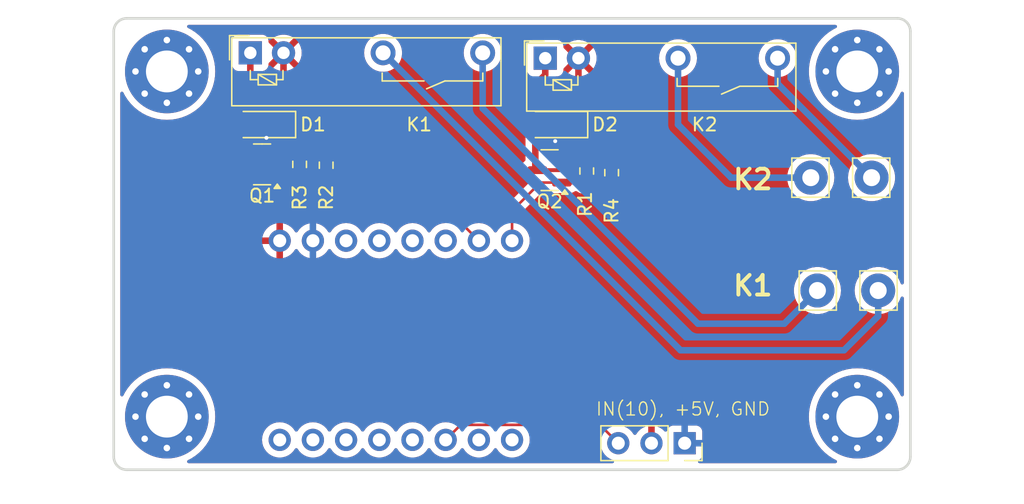
<source format=kicad_pcb>
(kicad_pcb (version 20240108) (generator "pcbnew") (generator_version "8.0")
  (layers (0 "F.Cu" signal) (31 "B.Cu" signal) (34 "B.Paste" user) (35 "F.Paste" user) (36 "B.SilkS" user "B.Silkscreen") (37 "F.SilkS" user "F.Silkscreen") (38 "B.Mask" user) (39 "F.Mask" user) (44 "Edge.Cuts" user))
  (net 0 "")
  (net 1 "GND")
  (net 2 "+5V")
  (net 3 "Net-(J5-Pin_1)")
  (net 4 "Net-(J4-Pin_1)")
  (net 5 "Net-(D1-A)")
  (net 6 "Net-(J3-Pin_1)")
  (net 7 "Net-(D2-A)")
  (net 8 "Net-(J2-Pin_1)")
  (net 9 "/Out1")
  (net 10 "/Out2")
  (net 16 "/In1")
  (footprint "Diode_SMD:D_SOD-123" (layer "F.Cu") (at 123.318 56.388 180)
    (property "Reference" "D1" (at -3.682 0 0) (layer "F.SilkS"))
    (property "Value" "D")
    (fp_line (start -2.36 1) (end 1.65 1) (stroke (width 0.12)) (layer "F.SilkS"))
    (fp_line (start -2.36 -1) (end 1.65 -1) (stroke (width 0.12)) (layer "F.SilkS"))
    (fp_line (start -2.36 -1) (end -2.36 1) (stroke (width 0.12)) (layer "F.SilkS"))
    (pad "1" smd roundrect (at -1.65 0 180) (size 0.9 1.2) (layers "F.Cu" "F.Paste" "F.Mask") (net 2 "+5V"))
    (pad "2" smd roundrect (at 1.65 0 180) (size 0.9 1.2) (layers "F.Cu" "F.Paste" "F.Mask") (net 5 "Net-(D1-A)"))
  )
  (footprint "speedyAdapter:esp32-c3 supermini" (layer "F.Cu") (at 132.08 75.438 90)
    (property "Reference" "U1" (hide yes))
    (property "Value" "~" (hide yes))
    (pad "1" thru_hole oval (at -5.08 -7.62 90) (size 1.7 1.7) (drill 1) (layers "*.Cu" "*.Mask"))
    (pad "2" thru_hole oval (at -5.08 -5.08 90) (size 1.7 1.7) (drill 1) (layers "*.Cu" "*.Mask"))
    (pad "3" thru_hole oval (at -5.08 -2.54 90) (size 1.7 1.7) (drill 1) (layers "*.Cu" "*.Mask"))
    (pad "4" thru_hole oval (at -5.08 0 90) (size 1.7 1.7) (drill 1) (layers "*.Cu" "*.Mask"))
    (pad "5" thru_hole oval (at -5.08 2.54 90) (size 1.7 1.7) (drill 1) (layers "*.Cu" "*.Mask"))
    (pad "6" thru_hole oval (at -5.08 5.08 90) (size 1.7 1.7) (drill 1) (layers "*.Cu" "*.Mask") (net 16 "/In1"))
    (pad "7" thru_hole oval (at -5.08 7.62 90) (size 1.7 1.7) (drill 1) (layers "*.Cu" "*.Mask"))
    (pad "8" thru_hole oval (at -5.08 10.16 90) (size 1.7 1.7) (drill 1) (layers "*.Cu" "*.Mask"))
    (pad "9" thru_hole oval (at 10.16 10.16 90) (size 1.7 1.7) (drill 1) (layers "*.Cu" "*.Mask") (net 9 "/Out1"))
    (pad "10" thru_hole oval (at 10.16 7.62 90) (size 1.7 1.7) (drill 1) (layers "*.Cu" "*.Mask") (net 10 "/Out2"))
    (pad "11" thru_hole oval (at 10.16 5.08 90) (size 1.7 1.7) (drill 1) (layers "*.Cu" "*.Mask"))
    (pad "12" thru_hole oval (at 10.16 2.54 90) (size 1.7 1.7) (drill 1) (layers "*.Cu" "*.Mask"))
    (pad "13" thru_hole oval (at 10.16 0 90) (size 1.7 1.7) (drill 1) (layers "*.Cu" "*.Mask"))
    (pad "14" thru_hole oval (at 10.16 -2.54 90) (size 1.7 1.7) (drill 1) (layers "*.Cu" "*.Mask"))
    (pad "15" thru_hole oval (at 10.16 -5.08 90) (size 1.7 1.7) (drill 1) (layers "*.Cu" "*.Mask") (net 1 "GND"))
    (pad "16" thru_hole oval (at 10.16 -7.62 90) (size 1.7 1.7) (drill 1) (layers "*.Cu" "*.Mask") (net 2 "+5V"))
  )
  (footprint "MountingHole:MountingHole_3.2mm_M3_Pad_Via" (layer "F.Cu") (at 115.824 78.74)
    (property "Reference" "REF**" (hide yes))
    (property "Value" "MountingHole_3.2mm_M3_Pad_Via")
    (pad "1" thru_hole circle (at -2.4 0) (size 0.8 0.8) (drill 0.5) (layers "*.Cu" "*.Mask"))
    (pad "1" thru_hole circle (at -1.697056 -1.697056) (size 0.8 0.8) (drill 0.5) (layers "*.Cu" "*.Mask"))
    (pad "1" thru_hole circle (at -1.697056 1.697056) (size 0.8 0.8) (drill 0.5) (layers "*.Cu" "*.Mask"))
    (pad "1" thru_hole circle (at 0 -2.4) (size 0.8 0.8) (drill 0.5) (layers "*.Cu" "*.Mask"))
    (pad "1" thru_hole circle (at 0 0) (size 6.4 6.4) (drill 3.2) (layers "*.Cu" "*.Mask"))
    (pad "1" thru_hole circle (at 0 2.4) (size 0.8 0.8) (drill 0.5) (layers "*.Cu" "*.Mask"))
    (pad "1" thru_hole circle (at 1.697056 -1.697056) (size 0.8 0.8) (drill 0.5) (layers "*.Cu" "*.Mask"))
    (pad "1" thru_hole circle (at 1.697056 1.697056) (size 0.8 0.8) (drill 0.5) (layers "*.Cu" "*.Mask"))
    (pad "1" thru_hole circle (at 2.4 0) (size 0.8 0.8) (drill 0.5) (layers "*.Cu" "*.Mask"))
  )
  (footprint "Package_TO_SOT_SMD:SOT-23" (layer "F.Cu") (at 145.1125 59.878 180)
    (property "Reference" "Q2" (at 0 -2.4 0) (layer "F.SilkS"))
    (property "Value" "2N7002")
    (fp_line (start 0 1.56) (end 0.65 1.56) (stroke (width 0.12)) (layer "F.SilkS"))
    (fp_line (start 0 1.56) (end -0.65 1.56) (stroke (width 0.12)) (layer "F.SilkS"))
    (fp_line (start 0 -1.56) (end 0.65 -1.56) (stroke (width 0.12)) (layer "F.SilkS"))
    (fp_line (start 0 -1.56) (end -0.65 -1.56) (stroke (width 0.12)) (layer "F.SilkS"))
    (fp_poly (pts (xy -1.1625 -1.51) (xy -1.4025 -1.84) (xy -0.9225 -1.84) (xy -1.1625 -1.51)) (stroke (width 0.12)) (fill solid) (layer "F.SilkS"))
    (pad "1" smd roundrect (at -0.9375 -0.95 180) (size 1.475 0.6) (layers "F.Cu" "F.Paste" "F.Mask") (net 9 "/Out1"))
    (pad "2" smd roundrect (at -0.9375 0.95 180) (size 1.475 0.6) (layers "F.Cu" "F.Paste" "F.Mask") (net 1 "GND"))
    (pad "3" smd roundrect (at 0.9375 0 180) (size 1.475 0.6) (layers "F.Cu" "F.Paste" "F.Mask") (net 7 "Net-(D2-A)"))
  )
  (footprint "Resistor_SMD:R_0603_1608Metric" (layer "F.Cu") (at 128.016 59.499 -90)
    (property "Reference" "R2" (at 2.477 0 90) (layer "F.SilkS"))
    (property "Value" "100k")
    (fp_line (start -0.237258 0.5225) (end 0.237258 0.5225) (stroke (width 0.12)) (layer "F.SilkS"))
    (fp_line (start -0.237258 -0.5225) (end 0.237258 -0.5225) (stroke (width 0.12)) (layer "F.SilkS"))
    (pad "1" smd roundrect (at -0.825 0 270) (size 0.8 0.95) (layers "F.Cu" "F.Paste" "F.Mask") (net 2 "+5V"))
    (pad "2" smd roundrect (at 0.825 0 270) (size 0.8 0.95) (layers "F.Cu" "F.Paste" "F.Mask") (net 5 "Net-(D1-A)"))
  )
  (footprint "Relay_THT:Relay_SPST_TE_PCN-1xxD3MHZ" (layer "F.Cu") (at 122.2115 50.9015)
    (property "Reference" "K1" (at 12.9165 5.4865 180) (layer "F.SilkS"))
    (property "Value" "PCN-105D3MHZ")
    (fp_line (start -1.59 -1.32) (end -0.1 -1.32) (stroke (width 0.12)) (layer "F.SilkS"))
    (fp_line (start -1.59 0.53) (end -1.59 -1.32) (stroke (width 0.12)) (layer "F.SilkS"))
    (fp_line (start -1.42 -1.15) (end -1.42 4.05) (stroke (width 0.12)) (layer "F.SilkS"))
    (fp_line (start -1.42 4.05) (end 19.18 4.05) (stroke (width 0.12)) (layer "F.SilkS"))
    (fp_line (start 0 1.35) (end 0 2.05) (stroke (width 0.12)) (layer "F.SilkS"))
    (fp_line (start 0 2.05) (end 0.6 2.05) (stroke (width 0.12)) (layer "F.SilkS"))
    (fp_line (start 0.6 1.65) (end 2 1.65) (stroke (width 0.12)) (layer "F.SilkS"))
    (fp_line (start 0.6 1.65) (end 2 2.45) (stroke (width 0.12)) (layer "F.SilkS"))
    (fp_line (start 0.6 2.05) (end 0.6 1.65) (stroke (width 0.12)) (layer "F.SilkS"))
    (fp_line (start 0.6 2.45) (end 0.6 2.05) (stroke (width 0.12)) (layer "F.SilkS"))
    (fp_line (start 2 1.65) (end 2 2.45) (stroke (width 0.12)) (layer "F.SilkS"))
    (fp_line (start 2 2.05) (end 2.5 2.05) (stroke (width 0.12)) (layer "F.SilkS"))
    (fp_line (start 2 2.45) (end 0.6 2.45) (stroke (width 0.12)) (layer "F.SilkS"))
    (fp_line (start 2.5 2.05) (end 2.5 1.35) (stroke (width 0.12)) (layer "F.SilkS"))
    (fp_line (start 10.09 2.15) (end 10.09 1.55) (stroke (width 0.12)) (layer "F.SilkS"))
    (fp_line (start 13.29 2.15) (end 10.09 2.15) (stroke (width 0.12)) (layer "F.SilkS"))
    (fp_line (start 14.89 2.15) (end 13.49 2.75) (stroke (width 0.12)) (layer "F.SilkS"))
    (fp_line (start 17.79 1.55) (end 17.79 2.15) (stroke (width 0.12)) (layer "F.SilkS"))
    (fp_line (start 17.79 2.15) (end 14.89 2.15) (stroke (width 0.12)) (layer "F.SilkS"))
    (fp_line (start 19.18 -1.15) (end -1.42 -1.15) (stroke (width 0.12)) (layer "F.SilkS"))
    (fp_line (start 19.18 4.05) (end 19.18 -1.15) (stroke (width 0.12)) (layer "F.SilkS"))
    (pad "1" thru_hole rect (at 0 0) (size 1.778 1.778) (drill 0.95) (layers "*.Cu" "*.Mask") (net 5 "Net-(D1-A)"))
    (pad "2" thru_hole circle (at 2.54 0) (size 1.778 1.778) (drill 0.95) (layers "*.Cu" "*.Mask") (net 2 "+5V"))
    (pad "3" thru_hole circle (at 10.16 0) (size 1.9 1.9) (drill 1.15) (layers "*.Cu" "*.Mask") (net 3 "Net-(J5-Pin_1)"))
    (pad "4" thru_hole circle (at 17.78 0) (size 1.9 1.9) (drill 1.15) (layers "*.Cu" "*.Mask") (net 4 "Net-(J4-Pin_1)"))
  )
  (footprint "Resistor_SMD:R_0603_1608Metric" (layer "F.Cu") (at 149.86 60.071 -90)
    (property "Reference" "R4" (at 2.921 0 90) (layer "F.SilkS"))
    (property "Value" "100k")
    (fp_line (start -0.237258 0.5225) (end 0.237258 0.5225) (stroke (width 0.12)) (layer "F.SilkS"))
    (fp_line (start -0.237258 -0.5225) (end 0.237258 -0.5225) (stroke (width 0.12)) (layer "F.SilkS"))
    (pad "1" smd roundrect (at -0.825 0 270) (size 0.8 0.95) (layers "F.Cu" "F.Paste" "F.Mask") (net 2 "+5V"))
    (pad "2" smd roundrect (at 0.825 0 270) (size 0.8 0.95) (layers "F.Cu" "F.Paste" "F.Mask") (net 7 "Net-(D2-A)"))
  )
  (footprint "Diode_SMD:D_SOD-123" (layer "F.Cu") (at 145.67 56.388 180)
    (property "Reference" "D2" (at -3.682 0 0) (layer "F.SilkS"))
    (property "Value" "D")
    (fp_line (start -2.36 1) (end 1.65 1) (stroke (width 0.12)) (layer "F.SilkS"))
    (fp_line (start -2.36 -1) (end 1.65 -1) (stroke (width 0.12)) (layer "F.SilkS"))
    (fp_line (start -2.36 -1) (end -2.36 1) (stroke (width 0.12)) (layer "F.SilkS"))
    (pad "1" smd roundrect (at -1.65 0 180) (size 0.9 1.2) (layers "F.Cu" "F.Paste" "F.Mask") (net 2 "+5V"))
    (pad "2" smd roundrect (at 1.65 0 180) (size 0.9 1.2) (layers "F.Cu" "F.Paste" "F.Mask") (net 7 "Net-(D2-A)"))
  )
  (footprint "Connector_Pin:Pin_D1.4mm_L8.5mm_W2.8mm_FlatFork" (layer "F.Cu") (at 165.1 60.452 -90)
    (property "Reference" "J3" (hide yes))
    (property "Value" "Conn_01x01")
    (fp_line (start -1.5 1.45) (end 1.5 1.45) (stroke (width 0.12)) (layer "F.SilkS"))
    (fp_line (start -1.5 -1.4) (end -1.5 1.45) (stroke (width 0.12)) (layer "F.SilkS"))
    (fp_line (start -1.5 -1.4) (end 1.5 -1.4) (stroke (width 0.12)) (layer "F.SilkS"))
    (fp_line (start 1.5 -1.4) (end 1.5 1.45) (stroke (width 0.12)) (layer "F.SilkS"))
    (pad "1" thru_hole circle (at 0 0 270) (size 2.6 2.6) (drill 1.3) (layers "*.Cu" "*.Mask") (net 6 "Net-(J3-Pin_1)"))
  )
  (footprint "Relay_THT:Relay_SPST_TE_PCN-1xxD3MHZ" (layer "F.Cu") (at 144.78 51.308)
    (property "Reference" "K2" (at 12.192 5.08 180) (layer "F.SilkS"))
    (property "Value" "PCN-105D3MHZ")
    (fp_line (start -1.59 -1.32) (end -0.1 -1.32) (stroke (width 0.12)) (layer "F.SilkS"))
    (fp_line (start -1.59 0.53) (end -1.59 -1.32) (stroke (width 0.12)) (layer "F.SilkS"))
    (fp_line (start -1.42 -1.15) (end -1.42 4.05) (stroke (width 0.12)) (layer "F.SilkS"))
    (fp_line (start -1.42 4.05) (end 19.18 4.05) (stroke (width 0.12)) (layer "F.SilkS"))
    (fp_line (start 0 1.35) (end 0 2.05) (stroke (width 0.12)) (layer "F.SilkS"))
    (fp_line (start 0 2.05) (end 0.6 2.05) (stroke (width 0.12)) (layer "F.SilkS"))
    (fp_line (start 0.6 1.65) (end 2 1.65) (stroke (width 0.12)) (layer "F.SilkS"))
    (fp_line (start 0.6 1.65) (end 2 2.45) (stroke (width 0.12)) (layer "F.SilkS"))
    (fp_line (start 0.6 2.05) (end 0.6 1.65) (stroke (width 0.12)) (layer "F.SilkS"))
    (fp_line (start 0.6 2.45) (end 0.6 2.05) (stroke (width 0.12)) (layer "F.SilkS"))
    (fp_line (start 2 1.65) (end 2 2.45) (stroke (width 0.12)) (layer "F.SilkS"))
    (fp_line (start 2 2.05) (end 2.5 2.05) (stroke (width 0.12)) (layer "F.SilkS"))
    (fp_line (start 2 2.45) (end 0.6 2.45) (stroke (width 0.12)) (layer "F.SilkS"))
    (fp_line (start 2.5 2.05) (end 2.5 1.35) (stroke (width 0.12)) (layer "F.SilkS"))
    (fp_line (start 10.09 2.15) (end 10.09 1.55) (stroke (width 0.12)) (layer "F.SilkS"))
    (fp_line (start 13.29 2.15) (end 10.09 2.15) (stroke (width 0.12)) (layer "F.SilkS"))
    (fp_line (start 14.89 2.15) (end 13.49 2.75) (stroke (width 0.12)) (layer "F.SilkS"))
    (fp_line (start 17.79 1.55) (end 17.79 2.15) (stroke (width 0.12)) (layer "F.SilkS"))
    (fp_line (start 17.79 2.15) (end 14.89 2.15) (stroke (width 0.12)) (layer "F.SilkS"))
    (fp_line (start 19.18 -1.15) (end -1.42 -1.15) (stroke (width 0.12)) (layer "F.SilkS"))
    (fp_line (start 19.18 4.05) (end 19.18 -1.15) (stroke (width 0.12)) (layer "F.SilkS"))
    (pad "1" thru_hole rect (at 0 0) (size 1.778 1.778) (drill 0.95) (layers "*.Cu" "*.Mask") (net 7 "Net-(D2-A)"))
    (pad "2" thru_hole circle (at 2.54 0) (size 1.778 1.778) (drill 0.95) (layers "*.Cu" "*.Mask") (net 2 "+5V"))
    (pad "3" thru_hole circle (at 10.16 0) (size 1.9 1.9) (drill 1.15) (layers "*.Cu" "*.Mask") (net 6 "Net-(J3-Pin_1)"))
    (pad "4" thru_hole circle (at 17.78 0) (size 1.9 1.9) (drill 1.15) (layers "*.Cu" "*.Mask") (net 8 "Net-(J2-Pin_1)"))
  )
  (footprint "Connector_PinSocket_2.54mm:PinSocket_1x03_P2.54mm_Vertical" (layer "F.Cu") (at 155.448 80.772 -90)
    (property "Reference" "J6" (hide yes))
    (property "Value" "Conn_01x03")
    (fp_line (start -1.33 6.41) (end 1.33 6.41) (stroke (width 0.12)) (layer "F.SilkS"))
    (fp_line (start -1.33 1.27) (end -1.33 6.41) (stroke (width 0.12)) (layer "F.SilkS"))
    (fp_line (start -1.33 1.27) (end 1.33 1.27) (stroke (width 0.12)) (layer "F.SilkS"))
    (fp_line (start 1.33 1.27) (end 1.33 6.41) (stroke (width 0.12)) (layer "F.SilkS"))
    (fp_line (start 0 -1.33) (end 1.33 -1.33) (stroke (width 0.12)) (layer "F.SilkS"))
    (fp_line (start 1.33 -1.33) (end 1.33 0) (stroke (width 0.12)) (layer "F.SilkS"))
    (pad "1" thru_hole rect (at 0 0 270) (size 1.7 1.7) (drill 1) (layers "*.Cu" "*.Mask") (net 1 "GND"))
    (pad "2" thru_hole oval (at 0 2.54 270) (size 1.7 1.7) (drill 1) (layers "*.Cu" "*.Mask") (net 2 "+5V"))
    (pad "3" thru_hole oval (at 0 5.08 270) (size 1.7 1.7) (drill 1) (layers "*.Cu" "*.Mask") (net 16 "/In1"))
  )
  (footprint "MountingHole:MountingHole_3.2mm_M3_Pad_Via" (layer "F.Cu") (at 168.656 52.324)
    (property "Reference" "REF**" (hide yes))
    (property "Value" "MountingHole_3.2mm_M3_Pad_Via")
    (pad "1" thru_hole circle (at -2.4 0) (size 0.8 0.8) (drill 0.5) (layers "*.Cu" "*.Mask"))
    (pad "1" thru_hole circle (at -1.697056 -1.697056) (size 0.8 0.8) (drill 0.5) (layers "*.Cu" "*.Mask"))
    (pad "1" thru_hole circle (at -1.697056 1.697056) (size 0.8 0.8) (drill 0.5) (layers "*.Cu" "*.Mask"))
    (pad "1" thru_hole circle (at 0 -2.4) (size 0.8 0.8) (drill 0.5) (layers "*.Cu" "*.Mask"))
    (pad "1" thru_hole circle (at 0 0) (size 6.4 6.4) (drill 3.2) (layers "*.Cu" "*.Mask"))
    (pad "1" thru_hole circle (at 0 2.4) (size 0.8 0.8) (drill 0.5) (layers "*.Cu" "*.Mask"))
    (pad "1" thru_hole circle (at 1.697056 -1.697056) (size 0.8 0.8) (drill 0.5) (layers "*.Cu" "*.Mask"))
    (pad "1" thru_hole circle (at 1.697056 1.697056) (size 0.8 0.8) (drill 0.5) (layers "*.Cu" "*.Mask"))
    (pad "1" thru_hole circle (at 2.4 0) (size 0.8 0.8) (drill 0.5) (layers "*.Cu" "*.Mask"))
  )
  (footprint "Connector_Pin:Pin_D1.4mm_L8.5mm_W2.8mm_FlatFork" (layer "F.Cu") (at 170.258 69.088 90)
    (property "Reference" "J5" (hide yes))
    (property "Value" "Conn_01x01")
    (fp_line (start 1.5 -1.4) (end 1.5 1.45) (stroke (width 0.12)) (layer "F.SilkS"))
    (fp_line (start -1.5 -1.4) (end 1.5 -1.4) (stroke (width 0.12)) (layer "F.SilkS"))
    (fp_line (start -1.5 -1.4) (end -1.5 1.45) (stroke (width 0.12)) (layer "F.SilkS"))
    (fp_line (start -1.5 1.45) (end 1.5 1.45) (stroke (width 0.12)) (layer "F.SilkS"))
    (pad "1" thru_hole circle (at 0 0 90) (size 2.6 2.6) (drill 1.3) (layers "*.Cu" "*.Mask") (net 3 "Net-(J5-Pin_1)"))
  )
  (footprint "Resistor_SMD:R_0603_1608Metric" (layer "F.Cu") (at 147.955 59.944 90)
    (property "Reference" "R1" (at -2.54 -0.127 90) (layer "F.SilkS"))
    (property "Value" "10k")
    (fp_line (start -0.237258 -0.5225) (end 0.237258 -0.5225) (stroke (width 0.12)) (layer "F.SilkS"))
    (fp_line (start -0.237258 0.5225) (end 0.237258 0.5225) (stroke (width 0.12)) (layer "F.SilkS"))
    (pad "1" smd roundrect (at -0.825 0 90) (size 0.8 0.95) (layers "F.Cu" "F.Paste" "F.Mask") (net 9 "/Out1"))
    (pad "2" smd roundrect (at 0.825 0 90) (size 0.8 0.95) (layers "F.Cu" "F.Paste" "F.Mask") (net 1 "GND"))
  )
  (footprint "Connector_Pin:Pin_D1.4mm_L8.5mm_W2.8mm_FlatFork" (layer "F.Cu") (at 165.608 69.088 90)
    (property "Reference" "J4" (hide yes))
    (property "Value" "Conn_01x01")
    (fp_line (start 1.5 -1.4) (end 1.5 1.45) (stroke (width 0.12)) (layer "F.SilkS"))
    (fp_line (start -1.5 -1.4) (end 1.5 -1.4) (stroke (width 0.12)) (layer "F.SilkS"))
    (fp_line (start -1.5 -1.4) (end -1.5 1.45) (stroke (width 0.12)) (layer "F.SilkS"))
    (fp_line (start -1.5 1.45) (end 1.5 1.45) (stroke (width 0.12)) (layer "F.SilkS"))
    (pad "1" thru_hole circle (at 0 0 90) (size 2.6 2.6) (drill 1.3) (layers "*.Cu" "*.Mask") (net 4 "Net-(J4-Pin_1)"))
  )
  (footprint "Connector_Pin:Pin_D1.4mm_L8.5mm_W2.8mm_FlatFork" (layer "F.Cu") (at 169.75 60.452 -90)
    (property "Reference" "J2" (hide yes))
    (property "Value" "Conn_01x01")
    (fp_line (start -1.5 1.45) (end 1.5 1.45) (stroke (width 0.12)) (layer "F.SilkS"))
    (fp_line (start -1.5 -1.4) (end -1.5 1.45) (stroke (width 0.12)) (layer "F.SilkS"))
    (fp_line (start -1.5 -1.4) (end 1.5 -1.4) (stroke (width 0.12)) (layer "F.SilkS"))
    (fp_line (start 1.5 -1.4) (end 1.5 1.45) (stroke (width 0.12)) (layer "F.SilkS"))
    (pad "1" thru_hole circle (at 0 0 270) (size 2.6 2.6) (drill 1.3) (layers "*.Cu" "*.Mask") (net 8 "Net-(J2-Pin_1)"))
  )
  (footprint "MountingHole:MountingHole_3.2mm_M3_Pad_Via" (layer "F.Cu") (at 168.656 78.74)
    (property "Reference" "REF**" (hide yes))
    (property "Value" "MountingHole_3.2mm_M3_Pad_Via")
    (pad "1" thru_hole circle (at -2.4 0) (size 0.8 0.8) (drill 0.5) (layers "*.Cu" "*.Mask"))
    (pad "1" thru_hole circle (at -1.697056 -1.697056) (size 0.8 0.8) (drill 0.5) (layers "*.Cu" "*.Mask"))
    (pad "1" thru_hole circle (at -1.697056 1.697056) (size 0.8 0.8) (drill 0.5) (layers "*.Cu" "*.Mask"))
    (pad "1" thru_hole circle (at 0 -2.4) (size 0.8 0.8) (drill 0.5) (layers "*.Cu" "*.Mask"))
    (pad "1" thru_hole circle (at 0 0) (size 6.4 6.4) (drill 3.2) (layers "*.Cu" "*.Mask"))
    (pad "1" thru_hole circle (at 0 2.4) (size 0.8 0.8) (drill 0.5) (layers "*.Cu" "*.Mask"))
    (pad "1" thru_hole circle (at 1.697056 -1.697056) (size 0.8 0.8) (drill 0.5) (layers "*.Cu" "*.Mask"))
    (pad "1" thru_hole circle (at 1.697056 1.697056) (size 0.8 0.8) (drill 0.5) (layers "*.Cu" "*.Mask"))
    (pad "1" thru_hole circle (at 2.4 0) (size 0.8 0.8) (drill 0.5) (layers "*.Cu" "*.Mask"))
  )
  (footprint "Package_TO_SOT_SMD:SOT-23" (layer "F.Cu") (at 123.1115 59.436 180)
    (property "Reference" "Q1" (at 0 -2.4 0) (layer "F.SilkS"))
    (property "Value" "2N7002")
    (fp_line (start 0 1.56) (end 0.65 1.56) (stroke (width 0.12)) (layer "F.SilkS"))
    (fp_line (start 0 1.56) (end -0.65 1.56) (stroke (width 0.12)) (layer "F.SilkS"))
    (fp_line (start 0 -1.56) (end 0.65 -1.56) (stroke (width 0.12)) (layer "F.SilkS"))
    (fp_line (start 0 -1.56) (end -0.65 -1.56) (stroke (width 0.12)) (layer "F.SilkS"))
    (fp_poly (pts (xy -1.1625 -1.51) (xy -1.4025 -1.84) (xy -0.9225 -1.84) (xy -1.1625 -1.51)) (stroke (width 0.12)) (fill solid) (layer "F.SilkS"))
    (pad "1" smd roundrect (at -0.9375 -0.95 180) (size 1.475 0.6) (layers "F.Cu" "F.Paste" "F.Mask") (net 10 "/Out2"))
    (pad "2" smd roundrect (at -0.9375 0.95 180) (size 1.475 0.6) (layers "F.Cu" "F.Paste" "F.Mask") (net 1 "GND"))
    (pad "3" smd roundrect (at 0.9375 0 180) (size 1.475 0.6) (layers "F.Cu" "F.Paste" "F.Mask") (net 5 "Net-(D1-A)"))
  )
  (footprint "MountingHole:MountingHole_3.2mm_M3_Pad_Via" (layer "F.Cu") (at 115.824 52.324)
    (property "Reference" "REF**" (hide yes))
    (property "Value" "MountingHole_3.2mm_M3_Pad_Via")
    (pad "1" thru_hole circle (at -2.4 0) (size 0.8 0.8) (drill 0.5) (layers "*.Cu" "*.Mask"))
    (pad "1" thru_hole circle (at -1.697056 -1.697056) (size 0.8 0.8) (drill 0.5) (layers "*.Cu" "*.Mask"))
    (pad "1" thru_hole circle (at -1.697056 1.697056) (size 0.8 0.8) (drill 0.5) (layers "*.Cu" "*.Mask"))
    (pad "1" thru_hole circle (at 0 -2.4) (size 0.8 0.8) (drill 0.5) (layers "*.Cu" "*.Mask"))
    (pad "1" thru_hole circle (at 0 0) (size 6.4 6.4) (drill 3.2) (layers "*.Cu" "*.Mask"))
    (pad "1" thru_hole circle (at 0 2.4) (size 0.8 0.8) (drill 0.5) (layers "*.Cu" "*.Mask"))
    (pad "1" thru_hole circle (at 1.697056 -1.697056) (size 0.8 0.8) (drill 0.5) (layers "*.Cu" "*.Mask"))
    (pad "1" thru_hole circle (at 1.697056 1.697056) (size 0.8 0.8) (drill 0.5) (layers "*.Cu" "*.Mask"))
    (pad "1" thru_hole circle (at 2.4 0) (size 0.8 0.8) (drill 0.5) (layers "*.Cu" "*.Mask"))
  )
  (footprint "Resistor_SMD:R_0603_1608Metric" (layer "F.Cu") (at 125.984 59.436 90)
    (property "Reference" "R3" (at -2.54 0 90) (layer "F.SilkS"))
    (property "Value" "10k")
    (fp_line (start -0.237258 -0.5225) (end 0.237258 -0.5225) (stroke (width 0.12)) (layer "F.SilkS"))
    (fp_line (start -0.237258 0.5225) (end 0.237258 0.5225) (stroke (width 0.12)) (layer "F.SilkS"))
    (pad "1" smd roundrect (at -0.825 0 90) (size 0.8 0.95) (layers "F.Cu" "F.Paste" "F.Mask") (net 10 "/Out2"))
    (pad "2" smd roundrect (at 0.825 0 90) (size 0.8 0.95) (layers "F.Cu" "F.Paste" "F.Mask") (net 1 "GND"))
  )
  (gr_arc (start 111.76 49.26) (mid 112.052893 48.552893) (end 112.76 48.26) (stroke (width 0.2)) (layer "Edge.Cuts"))
  (gr_arc (start 171.72 48.26) (mid 172.427107 48.552893) (end 172.72 49.26) (stroke (width 0.2)) (layer "Edge.Cuts"))
  (gr_line (start 112.76 48.26) (end 171.72 48.26) (stroke (width 0.2)) (layer "Edge.Cuts"))
  (gr_arc (start 112.76 82.804) (mid 112.052893 82.511107) (end 111.76 81.804) (stroke (width 0.2)) (layer "Edge.Cuts"))
  (gr_line (start 171.72 82.804) (end 112.76 82.804) (stroke (width 0.2)) (layer "Edge.Cuts"))
  (gr_line (start 172.72 49.26) (end 172.72 81.804) (stroke (width 0.2)) (layer "Edge.Cuts"))
  (gr_arc (start 172.72 81.804) (mid 172.427107 82.511107) (end 171.72 82.804) (stroke (width 0.2)) (layer "Edge.Cuts"))
  (gr_line (start 111.76 81.804) (end 111.76 49.26) (stroke (width 0.2)) (layer "Edge.Cuts"))
  (gr_text "K2" (at 159.004 61.468 0) (layer "F.SilkS") (effects (font (size 1.5 1.5) (thickness 0.3) (bold yes)) (justify left bottom)))
  (gr_text "K1" (at 159.004 69.596 0) (layer "F.SilkS") (effects (font (size 1.5 1.5) (thickness 0.3) (bold yes)) (justify left bottom)))
  (gr_text "IN(10), +5V, GND" (at 148.59 78.74 0) (layer "F.SilkS") (effects (font (size 1 1) (thickness 0.1)) (justify left bottom)))
  (segment (start 125.984 58.611) (end 124.174 58.611) (width 0.5) (layer "F.Cu") (net 1))
  (segment (start 147.955 59.119) (end 146.241 59.119) (width 0.5) (layer "F.Cu") (net 1))
  (segment (start 124.174 58.611) (end 124.049 58.486) (width 0.5) (layer "F.Cu") (net 1))
  (segment (start 146.05 58.928) (end 146.05 58.166) (width 0.5) (layer "F.Cu") (net 1))
  (segment (start 124.049 58.486) (end 124.049 58.009) (width 0.5) (layer "F.Cu") (net 1))
  (segment (start 124.049 58.009) (end 123.444 57.404) (width 0.5) (layer "F.Cu") (net 1))
  (segment (start 146.241 59.119) (end 146.05 58.928) (width 0.5) (layer "F.Cu") (net 1))
  (segment (start 146.05 58.166) (end 145.542 57.658) (width 0.5) (layer "F.Cu") (net 1))
  (via (at 145.542 57.658) (size 0.6) (drill 0.3) (layers "F.Cu" "B.Cu") (net 1))
  (via (at 123.444 57.404) (size 0.6) (drill 0.3) (layers "F.Cu" "B.Cu") (net 1))
  (segment (start 124.968 56.388) (end 125.73 56.388) (width 0.5) (layer "F.Cu") (net 2))
  (segment (start 125.73 56.388) (end 128.016 58.674) (width 0.5) (layer "F.Cu") (net 2))
  (segment (start 147.32 56.706) (end 149.86 59.246) (width 0.5) (layer "F.Cu") (net 2))
  (segment (start 147.32 56.388) (end 147.32 56.706) (width 0.5) (layer "F.Cu") (net 2))
  (segment (start 124.7515 56.1715) (end 124.968 56.388) (width 0.5) (layer "F.Cu") (net 2))
  (segment (start 147.32 51.308) (end 147.32 56.388) (width 0.5) (layer "F.Cu") (net 2))
  (segment (start 124.7515 50.9015) (end 124.7515 56.1715) (width 0.5) (layer "F.Cu") (net 2))
  (segment (start 155.13 73.66) (end 167.64 73.66) (width 0.5) (layer "B.Cu") (net 3))
  (segment (start 170.258 71.042) (end 170.258 69.088) (width 0.5) (layer "B.Cu") (net 3))
  (segment (start 167.64 73.66) (end 170.258 71.042) (width 0.5) (layer "B.Cu") (net 3))
  (segment (start 132.3715 50.9015) (end 155.13 73.66) (width 0.5) (layer "B.Cu") (net 3))
  (segment (start 156.464 71.628) (end 139.9915 55.1555) (width 0.5) (layer "B.Cu") (net 4))
  (segment (start 163.068 71.628) (end 156.464 71.628) (width 0.5) (layer "B.Cu") (net 4))
  (segment (start 139.9915 55.1555) (end 139.9915 50.9015) (width 0.5) (layer "B.Cu") (net 4))
  (segment (start 165.608 69.088) (end 163.068 71.628) (width 0.5) (layer "B.Cu") (net 4))
  (segment (start 121.668 58.93) (end 122.174 59.436) (width 0.5) (layer "F.Cu") (net 5))
  (segment (start 127.634 60.324) (end 126.746 59.436) (width 0.3) (layer "F.Cu") (net 5))
  (segment (start 126.746 59.436) (end 122.174 59.436) (width 0.3) (layer "F.Cu") (net 5))
  (segment (start 121.666 55.372) (end 121.666 56.386) (width 0.5) (layer "F.Cu") (net 5))
  (segment (start 121.666 56.386) (end 121.668 56.388) (width 0.5) (layer "F.Cu") (net 5))
  (segment (start 121.668 56.388) (end 121.668 58.93) (width 0.5) (layer "F.Cu") (net 5))
  (segment (start 122.2115 54.8265) (end 121.666 55.372) (width 0.5) (layer "F.Cu") (net 5))
  (segment (start 128.016 60.324) (end 127.634 60.324) (width 0.3) (layer "F.Cu") (net 5))
  (segment (start 122.2115 50.9015) (end 122.2115 54.8265) (width 0.5) (layer "F.Cu") (net 5))
  (segment (start 165.1 60.452) (end 159.004 60.452) (width 0.5) (layer "B.Cu") (net 6))
  (segment (start 159.004 60.452) (end 154.94 56.388) (width 0.5) (layer "B.Cu") (net 6))
  (segment (start 154.94 56.388) (end 154.94 51.308) (width 0.5) (layer "B.Cu") (net 6))
  (segment (start 144.78 51.308) (end 144.78 52.578) (width 0.5) (layer "F.Cu") (net 7))
  (segment (start 144.02 56.388) (end 144.02 59.723) (width 0.5) (layer "F.Cu") (net 7))
  (segment (start 148.842 59.878) (end 144.175 59.878) (width 0.3) (layer "F.Cu") (net 7))
  (segment (start 144.02 59.723) (end 144.175 59.878) (width 0.5) (layer "F.Cu") (net 7))
  (segment (start 149.86 60.896) (end 148.842 59.878) (width 0.3) (layer "F.Cu") (net 7))
  (segment (start 144.02 53.338) (end 144.02 56.388) (width 0.5) (layer "F.Cu") (net 7))
  (segment (start 144.78 52.578) (end 144.02 53.338) (width 0.5) (layer "F.Cu") (net 7))
  (segment (start 170.512 59.69) (end 169.75 60.452) (width 0.5) (layer "B.Cu") (net 8))
  (segment (start 169.75 60.452) (end 162.56 53.262) (width 0.5) (layer "B.Cu") (net 8))
  (segment (start 162.56 53.262) (end 162.56 51.308) (width 0.5) (layer "B.Cu") (net 8))
  (segment (start 142.24 62.992) (end 144.404 60.828) (width 0.2) (layer "F.Cu") (net 9))
  (segment (start 142.24 65.278) (end 142.24 62.992) (width 0.2) (layer "F.Cu") (net 9))
  (segment (start 147.896 60.828) (end 147.955 60.769) (width 0.3) (layer "F.Cu") (net 9))
  (segment (start 144.404 60.828) (end 146.05 60.828) (width 0.2) (layer "F.Cu") (net 9))
  (segment (start 146.05 60.828) (end 147.896 60.828) (width 0.3) (layer "F.Cu") (net 9))
  (segment (start 125.984 60.96) (end 125.984 60.261) (width 0.2) (layer "F.Cu") (net 10))
  (segment (start 139.7 65.278) (end 136.398 61.976) (width 0.2) (layer "F.Cu") (net 10))
  (segment (start 125.859 60.386) (end 125.984 60.261) (width 0.5) (layer "F.Cu") (net 10))
  (segment (start 124.049 60.386) (end 125.859 60.386) (width 0.5) (layer "F.Cu") (net 10))
  (segment (start 136.398 61.976) (end 127 61.976) (width 0.2) (layer "F.Cu") (net 10))
  (segment (start 127 61.976) (end 125.984 60.96) (width 0.2) (layer "F.Cu") (net 10))
  (segment (start 138.31 79.368) (end 148.964 79.368) (width 0.2) (layer "F.Cu") (net 16))
  (segment (start 148.964 79.368) (end 150.368 80.772) (width 0.2) (layer "F.Cu") (net 16))
  (segment (start 137.16 80.518) (end 138.31 79.368) (width 0.2) (layer "F.Cu") (net 16))
  (zone (net 2) (net_name "+5V") (layer "F.Cu") (connect_pads (clearance 0.5)) (min_thickness 0.25) (fill yes (thermal_gap 0.5) (thermal_bridge_width 0.5))
    (polygon (pts (xy 109.22 46.99) (xy 179.07 46.99) (xy 179.07 84.074) (xy 109.22 83.82)))
  )
  (zone (net 1) (net_name "GND") (layer "B.Cu") (connect_pads (clearance 0.5)) (min_thickness 0.25) (fill yes (thermal_gap 0.5) (thermal_bridge_width 0.5))
    (polygon (pts (xy 109.22 46.857317) (xy 179.07 46.857317) (xy 179.07 83.941317) (xy 109.22 83.82)))
  )
)
</source>
